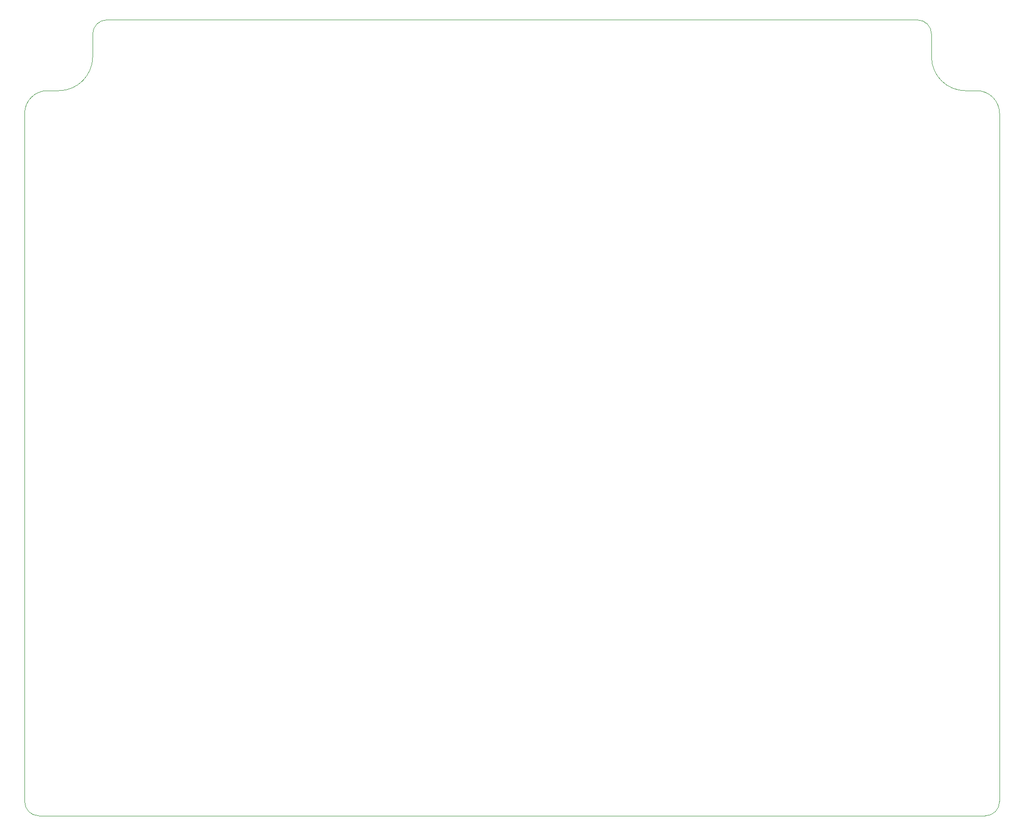
<source format=gm1>
G04 #@! TF.GenerationSoftware,KiCad,Pcbnew,5.0.2-bee76a0~70~ubuntu18.04.1*
G04 #@! TF.CreationDate,2019-04-15T14:10:49+02:00*
G04 #@! TF.ProjectId,bottom-board,626f7474-6f6d-42d6-926f-6172642e6b69,rev?*
G04 #@! TF.SameCoordinates,Original*
G04 #@! TF.FileFunction,Profile,NP*
%FSLAX46Y46*%
G04 Gerber Fmt 4.6, Leading zero omitted, Abs format (unit mm)*
G04 Created by KiCad (PCBNEW 5.0.2-bee76a0~70~ubuntu18.04.1) date Mon 15 Apr 2019 02:10:49 PM CEST*
%MOMM*%
%LPD*%
G01*
G04 APERTURE LIST*
%ADD10C,0.100000*%
G04 APERTURE END LIST*
D10*
X228074346Y-32066366D02*
G75*
G02X232074346Y-36066366I0J-4000000D01*
G01*
X226074346Y-32066366D02*
G75*
G02X220074346Y-26066366I0J6000000D01*
G01*
X217574346Y-19566366D02*
G75*
G02X220074346Y-22066366I0J-2500000D01*
G01*
X72074346Y-22066366D02*
G75*
G02X74574346Y-19566366I2500000J0D01*
G01*
X72074346Y-26066366D02*
G75*
G02X66074346Y-32066366I-6000000J0D01*
G01*
X60074346Y-36066366D02*
G75*
G02X64074346Y-32066366I4000000J0D01*
G01*
X62574346Y-160066366D02*
G75*
G02X60074346Y-157566366I0J2500000D01*
G01*
X232074346Y-157566366D02*
G75*
G02X229574346Y-160066366I-2500000J0D01*
G01*
X232074350Y-36066368D02*
X232074350Y-157566368D01*
X226074345Y-32066363D02*
X228074349Y-32066363D01*
X220074348Y-22066365D02*
X220074348Y-26066366D01*
X74574344Y-19566368D02*
X217574343Y-19566368D01*
X72074346Y-26066366D02*
X72074346Y-22066365D01*
X64074345Y-32066363D02*
X66074349Y-32066363D01*
X60074344Y-157566368D02*
X60074344Y-36066368D01*
X229574345Y-160066369D02*
X62574349Y-160066369D01*
M02*

</source>
